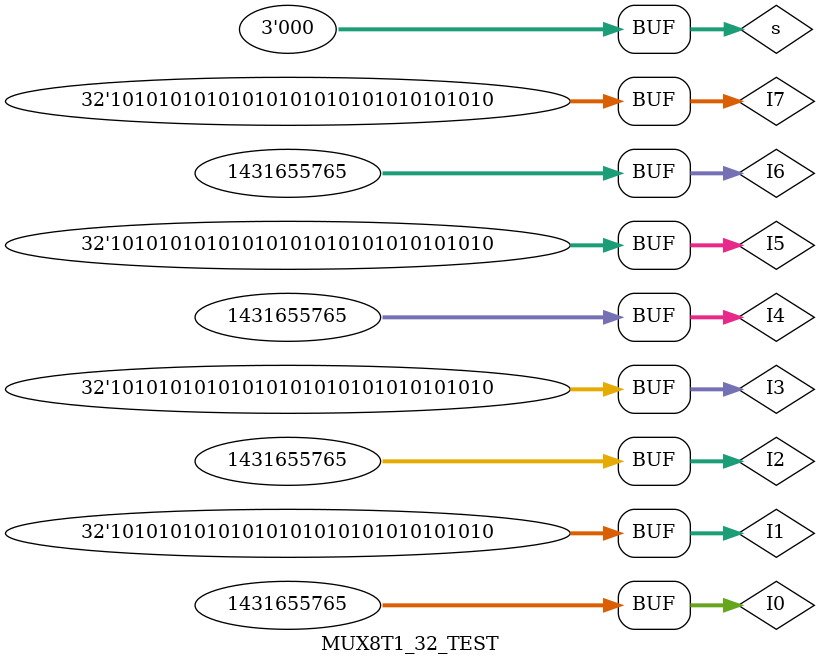
<source format=v>
`timescale 1ns / 1ps


module MUX8T1_32_TEST;

	// Inputs
	reg [31:0] I0;
	reg [31:0] I1;
	reg [31:0] I2;
	reg [31:0] I3;
	reg [31:0] I4;
	reg [31:0] I5;
	reg [31:0] I6;
	reg [31:0] I7;
	reg [2:0] s;

	// Outputs
	wire [31:0] o;

	// Instantiate the Unit Under Test (UUT)
	MUX8T1_32 uut (
		.I0(I0), 
		.I1(I1), 
		.I2(I2), 
		.I3(I3), 
		.I4(I4), 
		.I5(I5), 
		.I6(I6), 
		.I7(I7), 
		.s(s), 
		.o(o)
	);

		initial begin
      s = 0;
		I0 = 0;
		I1 = 1;
		I2 = 2;
		I3 = 3;
		I4 = 4;
		I5 = 5;
		I6 = 6;
		I7 = 7;
		#50;
		s = 0;
		#50;
		s = 1;
		#50;
		s = 2;
		#50;
		s = 3;
		#50;
		s = 4;
		#50;
		s = 5;
		#50;
		s = 6;
		#50;
		s = 7;
		#50;
		I0 = 32'h55555555;
		I1 = 32'hAAAAAAAA;
		I2 = 32'h55555555;
		I3 = 32'hAAAAAAAA;
		I4 = 32'h55555555;
		I5 = 32'hAAAAAAAA;
		I6 = 32'h55555555;
		I7 = 32'hAAAAAAAA;
		#50;
		s = 0;
		#50;
		s = 1;
		#50;
		s = 2;
		#50;
		s = 3;
		#50;
		s = 4;
		#50;
		s = 5;
		#50;
		s = 6;
		#50;
		s = 7;
		#50;
		s = 0;
		#50;
	end
      
endmodule


</source>
